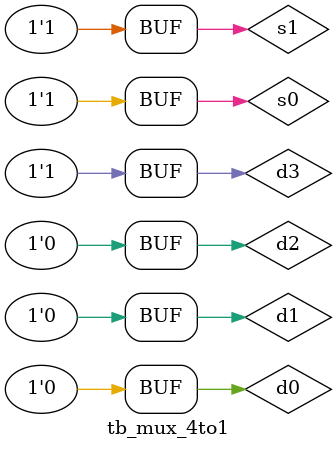
<source format=v>
`timescale 1ns / 1ps


module tb_mux_4to1();

    reg  s1;
    reg  s0;
    reg  d0;
    reg  d1;
    reg  d2;
    reg  d3;
    
    wire out1;


    mux_4to1 UUT
        ( .s0   ( s0   ),
          .s1   ( s1   ),
          .d0   ( d0   ),
          .d1   ( d1   ),
          .d2   ( d2   ),
          .d3   ( d3   ),
          .out1 ( out1 )
        );

    /* s1 s0 = d3 d2 d1 d0
       
       0  0  = d0
       0  1  = d1
       1  0  = d2
       1  1  = d3 
    */
    
    // In this instance, one must remember to initialize the 
    // values for d3 d2 d1 d0 before and not at the same time the switch values are activated
    // to achieve the desired output. This it to AVOID race conditions.
    initial 
    begin
          d3 = 0; d2 = 0; d1 = 0; d0 = 1;
      #10 s0 = 0; s1 = 0; 
      
      #10 d3 = 0; d2 = 0; d1 = 1; d0 = 0;
          s0 = 0; s1 = 1;                          
      
      #10 d3 = 0; d2 = 1; d1 = 0; d0 = 0;     
          s0 = 1; s1 = 0; 
      
      #10 d3 = 1; d2 = 0; d1 = 0; d0 = 0;
          s0 = 1; s1 = 1;         
    end

endmodule



















</source>
